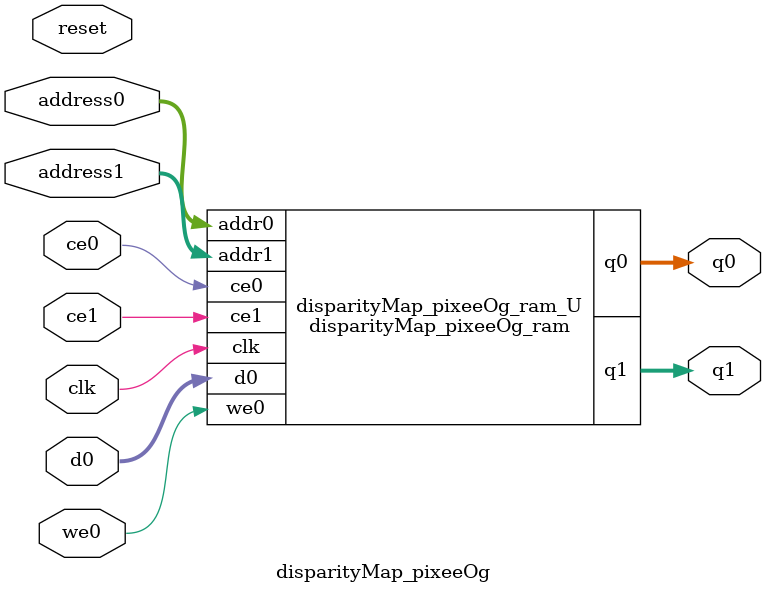
<source format=v>
`timescale 1 ns / 1 ps
module disparityMap_pixeeOg_ram (addr0, ce0, d0, we0, q0, addr1, ce1, q1,  clk);

parameter DWIDTH = 8;
parameter AWIDTH = 9;
parameter MEM_SIZE = 384;

input[AWIDTH-1:0] addr0;
input ce0;
input[DWIDTH-1:0] d0;
input we0;
output reg[DWIDTH-1:0] q0;
input[AWIDTH-1:0] addr1;
input ce1;
output reg[DWIDTH-1:0] q1;
input clk;

(* ram_style = "block" *)reg [DWIDTH-1:0] ram[0:MEM_SIZE-1];




always @(posedge clk)  
begin 
    if (ce0) 
    begin
        if (we0) 
        begin 
            ram[addr0] <= d0; 
        end 
        q0 <= ram[addr0];
    end
end


always @(posedge clk)  
begin 
    if (ce1) 
    begin
        q1 <= ram[addr1];
    end
end


endmodule

`timescale 1 ns / 1 ps
module disparityMap_pixeeOg(
    reset,
    clk,
    address0,
    ce0,
    we0,
    d0,
    q0,
    address1,
    ce1,
    q1);

parameter DataWidth = 32'd8;
parameter AddressRange = 32'd384;
parameter AddressWidth = 32'd9;
input reset;
input clk;
input[AddressWidth - 1:0] address0;
input ce0;
input we0;
input[DataWidth - 1:0] d0;
output[DataWidth - 1:0] q0;
input[AddressWidth - 1:0] address1;
input ce1;
output[DataWidth - 1:0] q1;



disparityMap_pixeeOg_ram disparityMap_pixeeOg_ram_U(
    .clk( clk ),
    .addr0( address0 ),
    .ce0( ce0 ),
    .we0( we0 ),
    .d0( d0 ),
    .q0( q0 ),
    .addr1( address1 ),
    .ce1( ce1 ),
    .q1( q1 ));

endmodule


</source>
